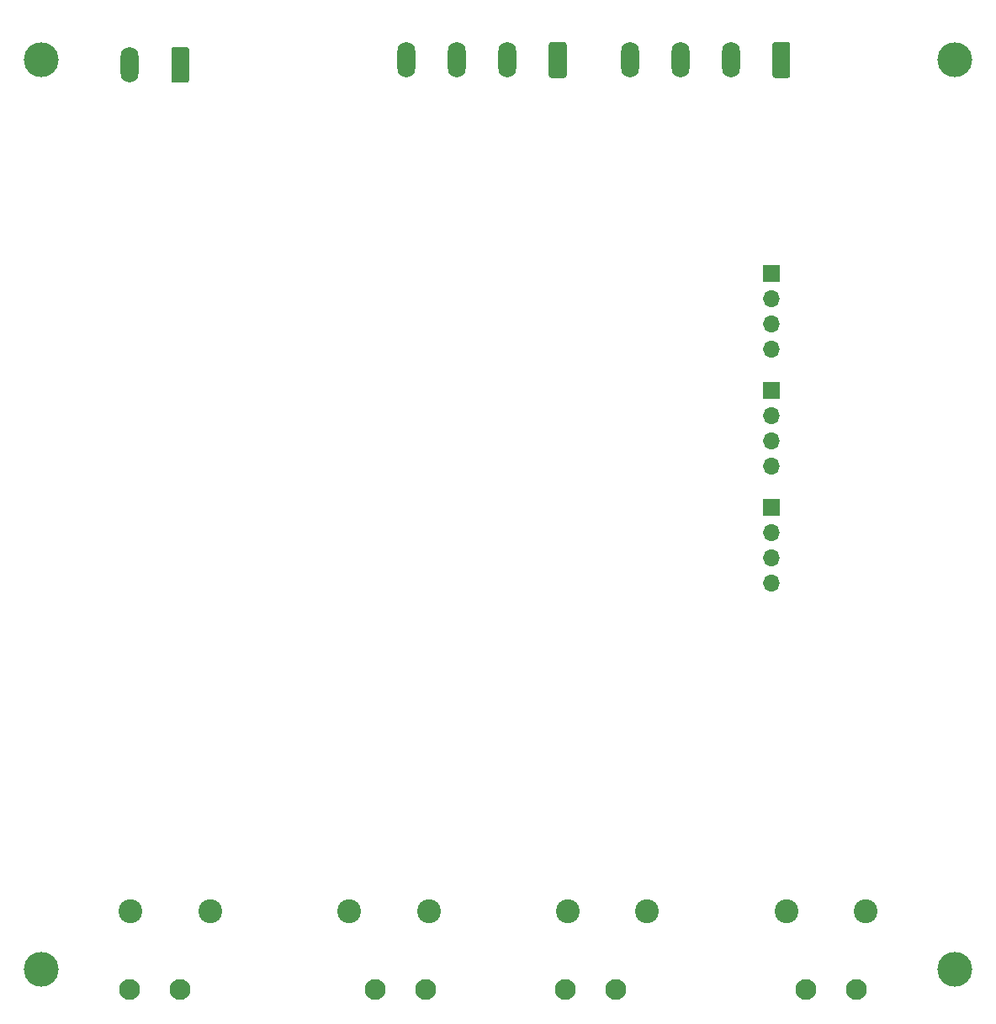
<source format=gbs>
G04 #@! TF.GenerationSoftware,KiCad,Pcbnew,(5.1.9)-1*
G04 #@! TF.CreationDate,2021-07-18T17:28:12-05:00*
G04 #@! TF.ProjectId,jac_board,6a61635f-626f-4617-9264-2e6b69636164,rev?*
G04 #@! TF.SameCoordinates,Original*
G04 #@! TF.FileFunction,Soldermask,Bot*
G04 #@! TF.FilePolarity,Negative*
%FSLAX46Y46*%
G04 Gerber Fmt 4.6, Leading zero omitted, Abs format (unit mm)*
G04 Created by KiCad (PCBNEW (5.1.9)-1) date 2021-07-18 17:28:12*
%MOMM*%
%LPD*%
G01*
G04 APERTURE LIST*
%ADD10C,3.500000*%
%ADD11O,1.800000X3.600000*%
%ADD12C,2.400000*%
%ADD13O,1.700000X1.700000*%
%ADD14R,1.700000X1.700000*%
%ADD15C,2.100000*%
G04 APERTURE END LIST*
D10*
X129000000Y-142500000D03*
X221000000Y-142500000D03*
X221000000Y-51000000D03*
X129000000Y-51000000D03*
D11*
X137920000Y-51500000D03*
G36*
G01*
X143900000Y-49950000D02*
X143900000Y-53050000D01*
G75*
G02*
X143650000Y-53300000I-250000J0D01*
G01*
X142350000Y-53300000D01*
G75*
G02*
X142100000Y-53050000I0J250000D01*
G01*
X142100000Y-49950000D01*
G75*
G02*
X142350000Y-49700000I250000J0D01*
G01*
X143650000Y-49700000D01*
G75*
G02*
X143900000Y-49950000I0J-250000D01*
G01*
G37*
D12*
X146000000Y-136700000D03*
X138000000Y-136700000D03*
X168000000Y-136700000D03*
X160000000Y-136700000D03*
X190000000Y-136700000D03*
X182000000Y-136700000D03*
X212000000Y-136700000D03*
X204000000Y-136700000D03*
D13*
X202500000Y-80120000D03*
X202500000Y-77580000D03*
X202500000Y-75040000D03*
D14*
X202500000Y-72500000D03*
D15*
X143000000Y-144500000D03*
X137920000Y-144500000D03*
X167713334Y-144500000D03*
X162633334Y-144500000D03*
X186836667Y-144500000D03*
X181756667Y-144500000D03*
X211040000Y-144500000D03*
X205960000Y-144500000D03*
D13*
X202500000Y-103620000D03*
X202500000Y-101080000D03*
X202500000Y-98540000D03*
D14*
X202500000Y-96000000D03*
D13*
X202500000Y-91870000D03*
X202500000Y-89330000D03*
X202500000Y-86790000D03*
D14*
X202500000Y-84250000D03*
D11*
X188260000Y-51000000D03*
X193340000Y-51000000D03*
X198420000Y-51000000D03*
G36*
G01*
X204400000Y-49450000D02*
X204400000Y-52550000D01*
G75*
G02*
X204150000Y-52800000I-250000J0D01*
G01*
X202850000Y-52800000D01*
G75*
G02*
X202600000Y-52550000I0J250000D01*
G01*
X202600000Y-49450000D01*
G75*
G02*
X202850000Y-49200000I250000J0D01*
G01*
X204150000Y-49200000D01*
G75*
G02*
X204400000Y-49450000I0J-250000D01*
G01*
G37*
X165760000Y-51000000D03*
X170840000Y-51000000D03*
X175920000Y-51000000D03*
G36*
G01*
X181900000Y-49450000D02*
X181900000Y-52550000D01*
G75*
G02*
X181650000Y-52800000I-250000J0D01*
G01*
X180350000Y-52800000D01*
G75*
G02*
X180100000Y-52550000I0J250000D01*
G01*
X180100000Y-49450000D01*
G75*
G02*
X180350000Y-49200000I250000J0D01*
G01*
X181650000Y-49200000D01*
G75*
G02*
X181900000Y-49450000I0J-250000D01*
G01*
G37*
M02*

</source>
